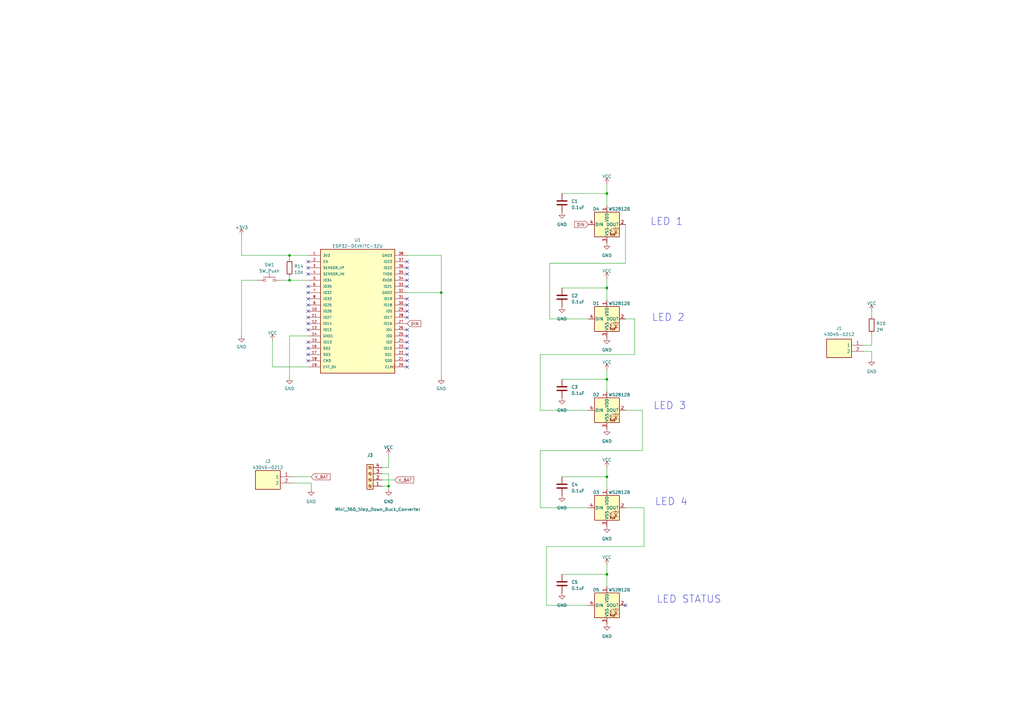
<source format=kicad_sch>
(kicad_sch (version 20230121) (generator eeschema)
  (paper "A3")
  (lib_symbols
    (symbol "Connector:Screw_Terminal_01x04" (pin_names (offset 1.016) hide)
      (property "Reference" "J" (at 0 5.08 0))
      (property "Value" "Screw_Terminal_01x04" (at 0 -7.62 0))
      (symbol "Screw_Terminal_01x04_1_1"
        (rectangle (start -1.27 3.81) (end 1.27 -6.35) (stroke (width 0.254)) (fill (type background)))
        (circle (center 0 -5.08) (radius 0.635) (stroke (width 0.1524)))
        (circle (center 0 -2.54) (radius 0.635) (stroke (width 0.1524)))
        (polyline (pts (xy -0.5334 -4.7498) (xy 0.3302 -5.588)) (stroke (width 0.1524)))
        (polyline (pts (xy -0.5334 -2.2098) (xy 0.3302 -3.048)) (stroke (width 0.1524)))
        (polyline (pts (xy -0.5334 0.3302) (xy 0.3302 -0.508)) (stroke (width 0.1524)))
        (polyline (pts (xy -0.5334 2.8702) (xy 0.3302 2.032)) (stroke (width 0.1524)))
        (polyline (pts (xy -0.3556 -4.572) (xy 0.508 -5.4102)) (stroke (width 0.1524)))
        (polyline (pts (xy -0.3556 -2.032) (xy 0.508 -2.8702)) (stroke (width 0.1524)))
        (polyline (pts (xy -0.3556 0.508) (xy 0.508 -0.3302)) (stroke (width 0.1524)))
        (polyline (pts (xy -0.3556 3.048) (xy 0.508 2.2098)) (stroke (width 0.1524)))
        (circle (center 0 0) (radius 0.635) (stroke (width 0.1524)))
        (circle (center 0 2.54) (radius 0.635) (stroke (width 0.1524)))
        (pin passive line (at -5.08 2.54 0) (length 3.81) (name "Pin_1") (number "1"))
        (pin passive line (at -5.08 0 0) (length 3.81) (name "Pin_2") (number "2"))
        (pin passive line (at -5.08 -2.54 0) (length 3.81) (name "Pin_3") (number "3"))
        (pin passive line (at -5.08 -5.08 0) (length 3.81) (name "Pin_4") (number "4"))
      )
    )
    (symbol "Device:C" (pin_numbers hide) (pin_names (offset 0.254))
      (property "Reference" "C" (at 0.635 2.54 0))
      (property "Value" "C" (at 0.635 -2.54 0))
      (symbol "C_0_1"
        (polyline (pts (xy -2.032 -0.762) (xy 2.032 -0.762)) (stroke (width 0.508)))
        (polyline (pts (xy -2.032 0.762) (xy 2.032 0.762)) (stroke (width 0.508)))
      )
      (symbol "C_1_1"
        (pin passive line (at 0 3.81 270) (length 2.794) (name "~") (number "1"))
        (pin passive line (at 0 -3.81 90) (length 2.794) (name "~") (number "2"))
      )
    )
    (symbol "Device:R" (pin_numbers hide) (pin_names (offset 0))
      (property "Reference" "R" (at 2.032 0 90))
      (property "Value" "R" (at 0 0 90))
      (symbol "R_0_1"
        (rectangle (start -1.016 -2.54) (end 1.016 2.54) (stroke (width 0.254)))
      )
      (symbol "R_1_1"
        (pin passive line (at 0 3.81 270) (length 1.27) (name "~") (number "1"))
        (pin passive line (at 0 -3.81 90) (length 1.27) (name "~") (number "2"))
      )
    )
    (symbol "ESP32-DEVKITC-32U:ESP32-DEVKITC-32U" (pin_names (offset 1.016))
      (property "Reference" "U" (at -15.2572 26.0643 0))
      (property "Value" "ESP32-DEVKITC-32U" (at -15.2563 -27.9698 0))
      (symbol "ESP32-DEVKITC-32U_0_0"
        (rectangle (start -15.24 -25.4) (end 15.24 25.4) (stroke (width 0.254)) (fill (type background)))
        (pin power_in line (at -20.32 22.86 0) (length 5.08) (name "3V3") (number "1"))
        (pin bidirectional line (at -20.32 0 0) (length 5.08) (name "IO26") (number "10"))
        (pin bidirectional line (at -20.32 -2.54 0) (length 5.08) (name "IO27") (number "11"))
        (pin bidirectional line (at -20.32 -5.08 0) (length 5.08) (name "IO14") (number "12"))
        (pin bidirectional line (at -20.32 -7.62 0) (length 5.08) (name "IO12") (number "13"))
        (pin power_in line (at -20.32 -10.16 0) (length 5.08) (name "GND1") (number "14"))
        (pin bidirectional line (at -20.32 -12.7 0) (length 5.08) (name "IO13") (number "15"))
        (pin bidirectional line (at -20.32 -15.24 0) (length 5.08) (name "SD2") (number "16"))
        (pin bidirectional line (at -20.32 -17.78 0) (length 5.08) (name "SD3") (number "17"))
        (pin bidirectional line (at -20.32 -20.32 0) (length 5.08) (name "CMD") (number "18"))
        (pin power_in line (at -20.32 -22.86 0) (length 5.08) (name "EXT_5V") (number "19"))
        (pin input line (at -20.32 20.32 0) (length 5.08) (name "EN") (number "2"))
        (pin input clock (at 20.32 -22.86 180) (length 5.08) (name "CLK") (number "20"))
        (pin bidirectional line (at 20.32 -20.32 180) (length 5.08) (name "SD0") (number "21"))
        (pin bidirectional line (at 20.32 -17.78 180) (length 5.08) (name "SD1") (number "22"))
        (pin bidirectional line (at 20.32 -15.24 180) (length 5.08) (name "IO15") (number "23"))
        (pin bidirectional line (at 20.32 -12.7 180) (length 5.08) (name "IO2") (number "24"))
        (pin bidirectional line (at 20.32 -10.16 180) (length 5.08) (name "IO0") (number "25"))
        (pin bidirectional line (at 20.32 -7.62 180) (length 5.08) (name "IO4") (number "26"))
        (pin bidirectional line (at 20.32 -5.08 180) (length 5.08) (name "IO16") (number "27"))
        (pin bidirectional line (at 20.32 -2.54 180) (length 5.08) (name "IO17") (number "28"))
        (pin bidirectional line (at 20.32 0 180) (length 5.08) (name "IO5") (number "29"))
        (pin input line (at -20.32 17.78 0) (length 5.08) (name "SENSOR_VP") (number "3"))
        (pin bidirectional line (at 20.32 2.54 180) (length 5.08) (name "IO18") (number "30"))
        (pin bidirectional line (at 20.32 5.08 180) (length 5.08) (name "IO19") (number "31"))
        (pin power_in line (at 20.32 7.62 180) (length 5.08) (name "GND2") (number "32"))
        (pin bidirectional line (at 20.32 10.16 180) (length 5.08) (name "IO21") (number "33"))
        (pin input line (at 20.32 12.7 180) (length 5.08) (name "RXD0") (number "34"))
        (pin output line (at 20.32 15.24 180) (length 5.08) (name "TXD0") (number "35"))
        (pin bidirectional line (at 20.32 17.78 180) (length 5.08) (name "IO22") (number "36"))
        (pin bidirectional line (at 20.32 20.32 180) (length 5.08) (name "IO23") (number "37"))
        (pin power_in line (at 20.32 22.86 180) (length 5.08) (name "GND3") (number "38"))
        (pin input line (at -20.32 15.24 0) (length 5.08) (name "SENSOR_VN") (number "4"))
        (pin bidirectional line (at -20.32 12.7 0) (length 5.08) (name "IO34") (number "5"))
        (pin bidirectional line (at -20.32 10.16 0) (length 5.08) (name "IO35") (number "6"))
        (pin bidirectional line (at -20.32 7.62 0) (length 5.08) (name "IO32") (number "7"))
        (pin bidirectional line (at -20.32 5.08 0) (length 5.08) (name "IO33") (number "8"))
        (pin bidirectional line (at -20.32 2.54 0) (length 5.08) (name "IO25") (number "9"))
      )
    )
    (symbol "LED:WS2812B" (pin_names (offset 0.254))
      (property "Reference" "D" (at 5.08 5.715 0))
      (property "Value" "WS2812B" (at 1.27 -5.715 0))
      (symbol "WS2812B_0_0"
        (text "RGB" (at 2.286 -4.191 0) (effects (font (size 0.762 0.762))))
      )
      (symbol "WS2812B_0_1"
        (polyline (pts (xy 1.27 -3.556) (xy 1.778 -3.556)))
        (polyline (pts (xy 1.27 -2.54) (xy 1.778 -2.54)))
        (polyline (pts (xy 4.699 -3.556) (xy 2.667 -3.556)))
        (polyline (pts (xy 2.286 -2.54) (xy 1.27 -3.556) (xy 1.27 -3.048)))
        (polyline (pts (xy 2.286 -1.524) (xy 1.27 -2.54) (xy 1.27 -2.032)))
        (polyline (pts (xy 3.683 -1.016) (xy 3.683 -3.556) (xy 3.683 -4.064)))
        (polyline (pts (xy 4.699 -1.524) (xy 2.667 -1.524) (xy 3.683 -3.556) (xy 4.699 -1.524)))
        (rectangle (start 5.08 5.08) (end -5.08 -5.08) (stroke (width 0.254)) (fill (type background)))
      )
      (symbol "WS2812B_1_1"
        (pin power_in line (at 0 7.62 270) (length 2.54) (name "VDD") (number "1"))
        (pin output line (at 7.62 0 180) (length 2.54) (name "DOUT") (number "2"))
        (pin power_in line (at 0 -7.62 90) (length 2.54) (name "VSS") (number "3"))
        (pin input line (at -7.62 0 0) (length 2.54) (name "DIN") (number "4"))
      )
    )
    (symbol "Molex_MicroFit_43045_xx12:43045-0212"
      (property "Reference" "J" (at -5.08 5.08 0))
      (property "Value" "43045-0212" (at 0 -5.08 0))
      (symbol "43045-0212_1_1"
        (rectangle (start -5.08 3.81) (end 5.08 -3.81) (stroke (width 0.254)) (fill (type background)))
        (pin passive line (at -10.16 -1.27 0) (length 5.08) (name "1") (number "1"))
        (pin passive line (at -10.16 1.27 0) (length 5.08) (name "2") (number "2"))
      )
    )
    (symbol "Switch:SW_Push" (pin_numbers hide) (pin_names (offset 1.016) hide)
      (property "Reference" "SW" (at 1.27 2.54 0))
      (property "Value" "SW_Push" (at 0 -1.524 0))
      (symbol "SW_Push_0_1"
        (circle (center -2.032 0) (radius 0.508))
        (polyline (pts (xy 0 1.27) (xy 0 3.048)))
        (polyline (pts (xy 2.54 1.27) (xy -2.54 1.27)))
        (circle (center 2.032 0) (radius 0.508))
        (pin passive line (at -5.08 0 0) (length 2.54) (name "1") (number "1"))
        (pin passive line (at 5.08 0 180) (length 2.54) (name "2") (number "2"))
      )
    )
    (symbol "power:+3V3" (power) (pin_names (offset 0))
      (property "Value" "+3V3" (at 0 3.556 0))
      (symbol "+3V3_0_1"
        (polyline (pts (xy -0.762 1.27) (xy 0 2.54)))
        (polyline (pts (xy 0 0) (xy 0 2.54)))
        (polyline (pts (xy 0 2.54) (xy 0.762 1.27)))
      )
      (symbol "+3V3_1_1"
        (pin power_in line (at 0 0 90) (length 0) hide (name "+3V3") (number "1"))
      )
    )
    (symbol "power:GND" (power) (pin_names (offset 0))
      (property "Value" "GND" (at 0 -3.81 0))
      (symbol "GND_0_1"
        (polyline (pts (xy 0 0) (xy 0 -1.27) (xy 1.27 -1.27) (xy 0 -2.54) (xy -1.27 -1.27) (xy 0 -1.27)))
      )
      (symbol "GND_1_1"
        (pin power_in line (at 0 0 270) (length 0) hide (name "GND") (number "1"))
      )
    )
    (symbol "power:VCC" (power) (pin_names (offset 0))
      (property "Value" "VCC" (at 0 3.81 0))
      (symbol "VCC_0_1"
        (polyline (pts (xy -0.762 1.27) (xy 0 2.54)))
        (polyline (pts (xy 0 0) (xy 0 2.54)))
        (polyline (pts (xy 0 2.54) (xy 0.762 1.27)))
      )
      (symbol "VCC_1_1"
        (pin power_in line (at 0 0 90) (length 0) hide (name "VCC") (number "1"))
      )
    )
  )
  (junction (at 159.385 199.39))
  (junction (at 248.92 155.575))
  (junction (at 118.745 114.935))
  (junction (at 248.92 195.58))
  (junction (at 118.745 104.775))
  (junction (at 248.92 79.375))
  (junction (at 248.92 235.585))
  (junction (at 248.92 118.11))
  (junction (at 180.975 120.015))
  (no_connect (at 126.365 107.315))
  (no_connect (at 126.365 122.555))
  (no_connect (at 167.005 114.935))
  (no_connect (at 126.365 127.635))
  (no_connect (at 167.005 122.555))
  (no_connect (at 167.005 130.175))
  (no_connect (at 167.005 142.875))
  (no_connect (at 126.365 140.335))
  (no_connect (at 167.005 117.475))
  (no_connect (at 126.365 132.715))
  (no_connect (at 167.005 127.635))
  (no_connect (at 167.005 112.395))
  (no_connect (at 126.365 112.395))
  (no_connect (at 126.365 130.175))
  (no_connect (at 167.005 107.315))
  (no_connect (at 126.365 142.875))
  (no_connect (at 167.005 150.495))
  (no_connect (at 256.54 248.285))
  (no_connect (at 167.005 145.415))
  (no_connect (at 126.365 109.855))
  (no_connect (at 126.365 145.415))
  (no_connect (at 167.005 125.095))
  (no_connect (at 167.005 140.335))
  (no_connect (at 126.365 117.475))
  (no_connect (at 126.365 125.095))
  (no_connect (at 126.365 147.955))
  (no_connect (at 126.365 135.255))
  (no_connect (at 167.005 147.955))
  (no_connect (at 126.365 120.015))
  (no_connect (at 167.005 137.795))
  (no_connect (at 167.005 109.855))
  (no_connect (at 167.005 135.255))
  (wire (pts (xy 357.505 129.54) (xy 357.505 127.635)))
  (wire (pts (xy 111.76 139.7) (xy 111.76 150.495)))
  (wire (pts (xy 357.505 144.145) (xy 354.33 144.145)))
  (wire (pts (xy 99.06 114.935) (xy 99.06 137.795)))
  (wire (pts (xy 159.385 194.31) (xy 159.385 199.39)))
  (wire (pts (xy 230.505 118.11) (xy 248.92 118.11)))
  (wire (pts (xy 230.505 79.375) (xy 248.92 79.375)))
  (wire (pts (xy 248.92 155.575) (xy 248.92 160.655)))
  (wire (pts (xy 357.505 147.32) (xy 357.505 144.145)))
  (wire (pts (xy 127.635 198.12) (xy 127.635 200.66)))
  (wire (pts (xy 230.505 235.585) (xy 248.92 235.585)))
  (wire (pts (xy 224.155 224.155) (xy 224.155 248.285)))
  (wire (pts (xy 248.92 151.765) (xy 248.92 155.575)))
  (wire (pts (xy 99.06 96.52) (xy 99.06 104.775)))
  (wire (pts (xy 230.505 195.58) (xy 248.92 195.58)))
  (wire (pts (xy 230.505 155.575) (xy 248.92 155.575)))
  (wire (pts (xy 248.92 118.11) (xy 248.92 123.19)))
  (wire (pts (xy 221.615 208.28) (xy 241.3 208.28)))
  (wire (pts (xy 221.615 145.415) (xy 221.615 168.275)))
  (wire (pts (xy 248.92 231.775) (xy 248.92 235.585)))
  (wire (pts (xy 120.015 195.58) (xy 127.635 195.58)))
  (wire (pts (xy 159.385 191.77) (xy 156.845 191.77)))
  (wire (pts (xy 357.505 141.605) (xy 354.33 141.605)))
  (wire (pts (xy 256.54 208.28) (xy 264.16 208.28)))
  (wire (pts (xy 118.745 104.775) (xy 99.06 104.775)))
  (wire (pts (xy 180.975 120.015) (xy 180.975 154.94)))
  (wire (pts (xy 260.35 130.81) (xy 256.54 130.81)))
  (wire (pts (xy 225.425 107.95) (xy 225.425 130.81)))
  (wire (pts (xy 118.745 113.665) (xy 118.745 114.935)))
  (wire (pts (xy 256.54 107.95) (xy 225.425 107.95)))
  (wire (pts (xy 248.92 195.58) (xy 248.92 200.66)))
  (wire (pts (xy 248.92 191.77) (xy 248.92 195.58)))
  (wire (pts (xy 167.005 120.015) (xy 180.975 120.015)))
  (wire (pts (xy 264.16 208.28) (xy 264.16 224.155)))
  (wire (pts (xy 120.015 198.12) (xy 127.635 198.12)))
  (wire (pts (xy 221.615 184.785) (xy 221.615 208.28)))
  (wire (pts (xy 167.005 104.775) (xy 180.975 104.775)))
  (wire (pts (xy 248.92 235.585) (xy 248.92 240.665)))
  (wire (pts (xy 263.525 184.785) (xy 221.615 184.785)))
  (wire (pts (xy 126.365 150.495) (xy 111.76 150.495)))
  (wire (pts (xy 159.385 186.69) (xy 159.385 191.77)))
  (wire (pts (xy 248.92 79.375) (xy 248.92 84.455)))
  (wire (pts (xy 156.845 194.31) (xy 159.385 194.31)))
  (wire (pts (xy 225.425 130.81) (xy 241.3 130.81)))
  (wire (pts (xy 126.365 104.775) (xy 118.745 104.775)))
  (wire (pts (xy 256.54 168.275) (xy 263.525 168.275)))
  (wire (pts (xy 118.745 104.775) (xy 118.745 106.045)))
  (wire (pts (xy 264.16 224.155) (xy 224.155 224.155)))
  (wire (pts (xy 159.385 199.39) (xy 156.845 199.39)))
  (wire (pts (xy 260.35 145.415) (xy 221.615 145.415)))
  (wire (pts (xy 221.615 168.275) (xy 241.3 168.275)))
  (wire (pts (xy 159.385 200.66) (xy 159.385 199.39)))
  (wire (pts (xy 357.505 137.16) (xy 357.505 141.605)))
  (wire (pts (xy 180.975 104.775) (xy 180.975 120.015)))
  (wire (pts (xy 256.54 92.075) (xy 256.54 107.95)))
  (wire (pts (xy 260.35 130.81) (xy 260.35 145.415)))
  (wire (pts (xy 105.41 114.935) (xy 99.06 114.935)))
  (wire (pts (xy 248.92 114.3) (xy 248.92 118.11)))
  (wire (pts (xy 241.3 248.285) (xy 224.155 248.285)))
  (wire (pts (xy 248.92 75.565) (xy 248.92 79.375)))
  (wire (pts (xy 118.745 137.795) (xy 118.745 154.94)))
  (wire (pts (xy 263.525 168.275) (xy 263.525 184.785)))
  (wire (pts (xy 118.745 114.935) (xy 126.365 114.935)))
  (wire (pts (xy 156.845 196.85) (xy 161.925 196.85)))
  (wire (pts (xy 118.745 114.935) (xy 115.57 114.935)))
  (wire (pts (xy 126.365 137.795) (xy 118.745 137.795)))
  (text "LED 1" (at 266.7 92.71 0) (effects (font (size 3 3)) (justify left bottom)))
  (text "LED STATUS" (at 269.24 247.65 0) (effects (font (size 3 3)) (justify left bottom)))
  (text "LED 3" (at 267.97 168.275 0) (effects (font (size 3 3)) (justify left bottom)))
  (text "LED 4" (at 268.605 207.645 0) (effects (font (size 3 3)) (justify left bottom)))
  (text "LED 2" (at 267.335 132.08 0) (effects (font (size 3 3)) (justify left bottom)))
  (global_label "V_BAT" (shape input) (at 127.635 195.58 0) (property "Intersheetrefs" "${INTERSHEET_REFS}" (effects hide)))
  (global_label "V_BAT" (shape input) (at 161.925 196.85 0) (property "Intersheetrefs" "${INTERSHEET_REFS}" (effects hide)))
  (global_label "DIN" (shape input) (at 167.005 132.715 0) (property "Intersheetrefs" "${INTERSHEET_REFS}" (effects hide)))
  (global_label "DIN" (shape input) (at 241.3 92.075 180) (property "Intersheetrefs" "${INTERSHEET_REFS}" (effects hide)))
  (symbol (lib_id "Device:C") (at 230.505 159.385 0) (unit 1)
    (property "Reference" "C3" (at 234.315 158.75 0) (effects (justify left)))
    (property "Value" "0.1uF" (at 234.315 161.29 0) (effects (justify left)))
    (property "Footprint" "Capacitor_SMD:C_0805_2012Metric_Pad1.18x1.45mm_HandSolder" (effects hide))
  )
  (symbol (lib_id "power:GND") (at 230.505 243.205 0) (unit 1)
    (property "Reference" "#PWR028" (effects hide))
    (property "Value" "GND" (at 230.505 248.285 0))
  )
  (symbol (lib_id "ESP32-DEVKITC-32U:ESP32-DEVKITC-32U") (at 146.685 127.635 0) (unit 1)
    (property "Reference" "U1" (at 146.685 98.425 0))
    (property "Value" "ESP32-DEVKITC-32U" (at 146.685 100.965 0))
    (property "Footprint" "ESP32-DEVKITC-32U:MODULE_ESP32-DEVKITC-32U" (effects hide))
    (property "PARTREV" "N/A" (effects hide))
    (property "STANDARD" "Manufacturer Recommendations" (effects hide))
    (property "MANUFACTURER" "ESPRESSIF" (effects hide))
  )
  (symbol (lib_id "LED:WS2812B") (at 248.92 248.285 0) (unit 1)
    (property "Reference" "D5" (at 244.475 241.935 0))
    (property "Value" "WS2812B" (at 254 241.935 0))
    (property "Footprint" "LED_SMD:LED_WS2812B_PLCC4_5.0x5.0mm_P3.2mm" (effects hide))
    (property "Datasheet" "https://cdn-shop.adafruit.com/datasheets/WS2812B.pdf" (effects hide))
  )
  (symbol (lib_id "Device:R") (at 357.505 133.35 0) (unit 1)
    (property "Reference" "R10" (at 359.41 132.715 0) (effects (justify left)))
    (property "Value" "2M" (at 359.41 135.255 0) (effects (justify left)))
    (property "Footprint" "PCM_Resistor_SMD_AKL:R_0805_2012Metric" (effects hide))
  )
  (symbol (lib_id "power:VCC") (at 248.92 191.77 0) (unit 1)
    (property "Reference" "#PWR07" (effects hide))
    (property "Value" "VCC" (at 248.92 188.595 0))
  )
  (symbol (lib_id "power:GND") (at 248.92 138.43 0) (unit 1)
    (property "Reference" "#PWR03" (effects hide))
    (property "Value" "GND" (at 248.92 143.51 0))
  )
  (symbol (lib_id "Device:C") (at 230.505 121.92 0) (unit 1)
    (property "Reference" "C2" (at 234.315 121.285 0) (effects (justify left)))
    (property "Value" "0.1uF" (at 234.315 123.825 0) (effects (justify left)))
    (property "Footprint" "Capacitor_SMD:C_0805_2012Metric_Pad1.18x1.45mm_HandSolder" (effects hide))
  )
  (symbol (lib_id "power:VCC") (at 248.92 114.3 0) (unit 1)
    (property "Reference" "#PWR01" (effects hide))
    (property "Value" "VCC" (at 248.92 111.125 0))
  )
  (symbol (lib_id "power:VCC") (at 248.92 231.775 0) (unit 1)
    (property "Reference" "#PWR027" (effects hide))
    (property "Value" "VCC" (at 248.92 228.6 0))
  )
  (symbol (lib_id "power:GND") (at 99.06 137.795 0) (unit 1)
    (property "Reference" "#PWR026" (effects hide))
    (property "Value" "GND" (at 99.06 142.24 0))
  )
  (symbol (lib_id "power:VCC") (at 159.385 186.69 0) (unit 1)
    (property "Reference" "#PWR020" (effects hide))
    (property "Value" "VCC" (at 159.385 183.515 0))
  )
  (symbol (lib_id "power:GND") (at 118.745 154.94 0) (unit 1)
    (property "Reference" "#PWR09" (effects hide))
    (property "Value" "GND" (at 118.745 159.385 0))
  )
  (symbol (lib_id "LED:WS2812B") (at 248.92 92.075 0) (unit 1)
    (property "Reference" "D4" (at 244.475 85.725 0))
    (property "Value" "WS2812B" (at 254 85.725 0))
    (property "Footprint" "LED_SMD:LED_WS2812B_PLCC4_5.0x5.0mm_P3.2mm" (effects hide))
    (property "Datasheet" "https://cdn-shop.adafruit.com/datasheets/WS2812B.pdf" (effects hide))
  )
  (symbol (lib_id "power:GND") (at 230.505 125.73 0) (unit 1)
    (property "Reference" "#PWR02" (effects hide))
    (property "Value" "GND" (at 230.505 130.81 0))
  )
  (symbol (lib_id "Connector:Screw_Terminal_01x04") (at 151.765 196.85 180) (unit 1)
    (property "Reference" "J3" (at 151.765 186.69 0))
    (property "Value" "Mini_360_Step_Down_Buck_Converter" (at 154.94 208.915 0))
    (property "Footprint" "Connector_PinHeader_2.54mm:PinHeader_1x04_P2.54mm_Vertical" (effects hide))
  )
  (symbol (lib_id "power:VCC") (at 248.92 75.565 0) (unit 1)
    (property "Reference" "#PWR011" (effects hide))
    (property "Value" "VCC" (at 248.92 72.39 0))
  )
  (symbol (lib_id "power:GND") (at 248.92 175.895 0) (unit 1)
    (property "Reference" "#PWR06" (effects hide))
    (property "Value" "GND" (at 248.92 180.975 0))
  )
  (symbol (lib_id "power:GND") (at 159.385 200.66 0) (unit 1)
    (property "Reference" "#PWR019" (effects hide))
    (property "Value" "GND" (at 159.385 205.74 0))
  )
  (symbol (lib_id "power:GND") (at 248.92 255.905 0) (unit 1)
    (property "Reference" "#PWR029" (effects hide))
    (property "Value" "GND" (at 248.92 260.985 0))
  )
  (symbol (lib_id "Device:R") (at 118.745 109.855 180) (unit 1)
    (property "Reference" "R14" (at 120.65 109.22 0) (effects (justify right)))
    (property "Value" "10K" (at 120.65 111.76 0) (effects (justify right)))
    (property "Footprint" "PCM_Resistor_SMD_AKL:R_0805_2012Metric" (effects hide))
  )
  (symbol (lib_id "Device:C") (at 230.505 83.185 0) (unit 1)
    (property "Reference" "C1" (at 234.315 82.55 0) (effects (justify left)))
    (property "Value" "0.1uF" (at 234.315 85.09 0) (effects (justify left)))
    (property "Footprint" "Capacitor_SMD:C_0805_2012Metric_Pad1.18x1.45mm_HandSolder" (effects hide))
  )
  (symbol (lib_id "Molex_MicroFit_43045_xx12:43045-0212") (at 109.855 196.85 180) (unit 1)
    (property "Reference" "J2" (at 109.855 189.23 0))
    (property "Value" "43045-0212" (at 109.855 191.77 0))
    (property "Footprint" "Molex_MicroFit_Vertical:43045-02xx_121314" (effects hide))
  )
  (symbol (lib_id "power:GND") (at 180.975 154.94 0) (unit 1)
    (property "Reference" "#PWR016" (effects hide))
    (property "Value" "GND" (at 180.975 159.385 0))
  )
  (symbol (lib_id "power:GND") (at 248.92 215.9 0) (unit 1)
    (property "Reference" "#PWR015" (effects hide))
    (property "Value" "GND" (at 248.92 220.98 0))
  )
  (symbol (lib_id "power:VCC") (at 248.92 151.765 0) (unit 1)
    (property "Reference" "#PWR04" (effects hide))
    (property "Value" "VCC" (at 248.92 148.59 0))
  )
  (symbol (lib_id "power:GND") (at 230.505 163.195 0) (unit 1)
    (property "Reference" "#PWR05" (effects hide))
    (property "Value" "GND" (at 230.505 168.275 0))
  )
  (symbol (lib_id "power:VCC") (at 111.76 139.7 0) (unit 1)
    (property "Reference" "#PWR017" (effects hide))
    (property "Value" "VCC" (at 111.76 136.525 0))
  )
  (symbol (lib_id "power:GND") (at 248.92 99.695 0) (unit 1)
    (property "Reference" "#PWR014" (effects hide))
    (property "Value" "GND" (at 248.92 104.775 0))
  )
  (symbol (lib_id "Switch:SW_Push") (at 110.49 114.935 0) (unit 1)
    (property "Reference" "SW1" (at 110.49 108.585 0))
    (property "Value" "SW_Push" (at 110.49 111.125 0))
    (property "Footprint" "Button_Switch_THT:SW_PUSH_6mm" (effects hide))
  )
  (symbol (lib_id "power:GND") (at 127.635 200.66 0) (unit 1)
    (property "Reference" "#PWR018" (effects hide))
    (property "Value" "GND" (at 127.635 205.74 0))
  )
  (symbol (lib_id "power:GND") (at 357.505 147.32 0) (unit 1)
    (property "Reference" "#PWR012" (effects hide))
    (property "Value" "GND" (at 357.505 152.4 0))
  )
  (symbol (lib_id "Device:C") (at 230.505 199.39 0) (unit 1)
    (property "Reference" "C4" (at 234.315 198.755 0) (effects (justify left)))
    (property "Value" "0.1uF" (at 234.315 201.295 0) (effects (justify left)))
    (property "Footprint" "Capacitor_SMD:C_0805_2012Metric_Pad1.18x1.45mm_HandSolder" (effects hide))
  )
  (symbol (lib_id "power:GND") (at 230.505 203.2 0) (unit 1)
    (property "Reference" "#PWR010" (effects hide))
    (property "Value" "GND" (at 230.505 208.28 0))
  )
  (symbol (lib_id "power:+3V3") (at 99.06 96.52 0) (unit 1)
    (property "Reference" "#PWR025" (effects hide))
    (property "Value" "+3V3" (at 99.06 93.345 0))
  )
  (symbol (lib_id "LED:WS2812B") (at 248.92 208.28 0) (unit 1)
    (property "Reference" "D3" (at 244.475 201.93 0))
    (property "Value" "WS2812B" (at 254 201.93 0))
    (property "Footprint" "LED_SMD:LED_WS2812B_PLCC4_5.0x5.0mm_P3.2mm" (effects hide))
    (property "Datasheet" "https://cdn-shop.adafruit.com/datasheets/WS2812B.pdf" (effects hide))
  )
  (symbol (lib_id "LED:WS2812B") (at 248.92 130.81 0) (unit 1)
    (property "Reference" "D1" (at 244.475 124.46 0))
    (property "Value" "WS2812B" (at 254 124.46 0))
    (property "Footprint" "LED_SMD:LED_WS2812B_PLCC4_5.0x5.0mm_P3.2mm" (effects hide))
    (property "Datasheet" "https://cdn-shop.adafruit.com/datasheets/WS2812B.pdf" (effects hide))
  )
  (symbol (lib_id "LED:WS2812B") (at 248.92 168.275 0) (unit 1)
    (property "Reference" "D2" (at 244.475 161.925 0))
    (property "Value" "WS2812B" (at 254 161.925 0))
    (property "Footprint" "LED_SMD:LED_WS2812B_PLCC4_5.0x5.0mm_P3.2mm" (effects hide))
    (property "Datasheet" "https://cdn-shop.adafruit.com/datasheets/WS2812B.pdf" (effects hide))
  )
  (symbol (lib_id "Molex_MicroFit_43045_xx12:43045-0212") (at 344.17 142.875 180) (unit 1)
    (property "Reference" "J1" (at 344.17 134.62 0))
    (property "Value" "43045-0212" (at 344.17 137.16 0))
    (property "Footprint" "Molex_MicroFit_Vertical:43045-02xx_121314" (effects hide))
  )
  (symbol (lib_id "power:VCC") (at 357.505 127.635 0) (unit 1)
    (property "Reference" "#PWR08" (effects hide))
    (property "Value" "VCC" (at 357.505 124.46 0))
  )
  (symbol (lib_id "power:GND") (at 230.505 86.995 0) (unit 1)
    (property "Reference" "#PWR013" (effects hide))
    (property "Value" "GND" (at 230.505 92.075 0))
  )
  (symbol (lib_id "Device:C") (at 230.505 239.395 0) (unit 1)
    (property "Reference" "C5" (at 234.315 238.76 0) (effects (justify left)))
    (property "Value" "0.1uF" (at 234.315 241.3 0) (effects (justify left)))
    (property "Footprint" "Capacitor_SMD:C_0805_2012Metric_Pad1.18x1.45mm_HandSolder" (effects hide))
  )
)
</source>
